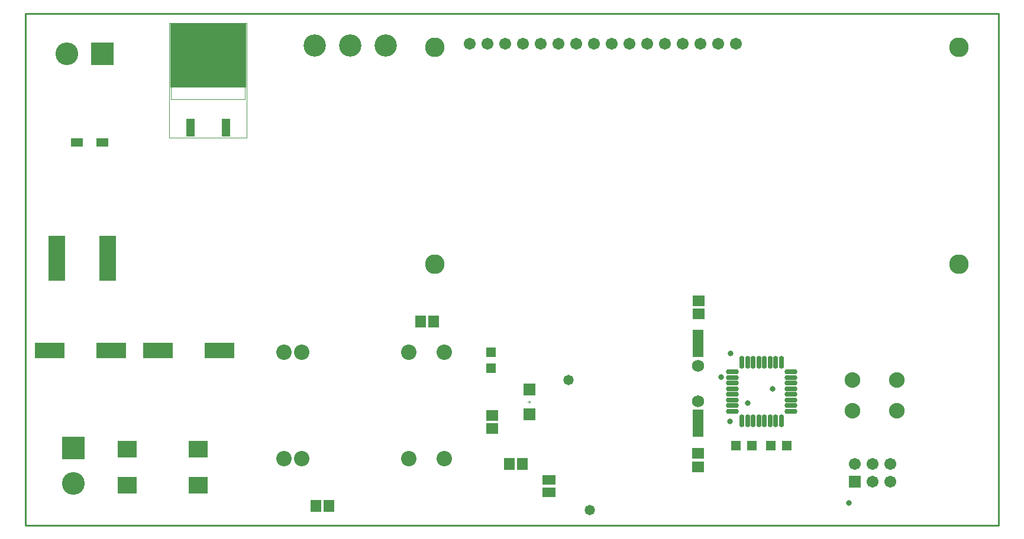
<source format=gts>
%FSTAX23Y23*%
%MOIN*%
%SFA1B1*%

%IPPOS*%
%ADD27C,0.003937*%
%ADD28C,0.010000*%
%ADD47R,0.092645X0.256031*%
%ADD48R,0.067055X0.067055*%
%ADD49R,0.078000X0.058000*%
%ADD50R,0.059181X0.067055*%
%ADD51R,0.169417X0.086740*%
%ADD52R,0.108000X0.098000*%
%ADD53R,0.058000X0.058000*%
%ADD54R,0.067055X0.059181*%
%ADD55R,0.049338X0.102488*%
%ADD56R,0.427290X0.358393*%
%ADD57R,0.058000X0.058000*%
%ADD58O,0.072960X0.029653*%
%ADD59O,0.029653X0.072960*%
%ADD60R,0.063000X0.158000*%
%ADD61R,0.067055X0.047370*%
%ADD62C,0.086740*%
%ADD63C,0.067055*%
%ADD64R,0.067055X0.067055*%
%ADD65C,0.068000*%
%ADD66C,0.088000*%
%ADD67C,0.126110*%
%ADD68R,0.128000X0.128000*%
%ADD69C,0.128000*%
%ADD70R,0.128000X0.128000*%
%ADD71C,0.110362*%
%ADD72C,0.033000*%
%ADD73C,0.058000*%
%LNdesafio_hardware_firmware_nathania-1*%
%LPD*%
G54D27*
X04342Y02806D02*
X04357D01*
X0435Y02798D02*
Y02813D01*
X02332Y04513D02*
X02747D01*
X02332Y04868D02*
X02747D01*
X02332Y04513D02*
Y04868D01*
X02747Y04513D02*
Y04868D01*
X02321Y04295D02*
X02758D01*
X02321Y04944D02*
X02758D01*
X02321Y04295D02*
Y04944D01*
X02758Y04295D02*
Y04944D01*
X0254Y046D02*
Y04639D01*
X0252Y0462D02*
X02559D01*
G54D28*
X0151Y04995D02*
X06995D01*
Y0211D02*
Y04995D01*
X0151Y0211D02*
X06995D01*
X0151D02*
Y04995D01*
G54D47*
X01686Y03615D03*
X01973D03*
G54D48*
X0435Y02875D03*
Y02737D03*
G54D49*
X0446Y02295D03*
Y02365D03*
G54D50*
X03222Y0222D03*
X03147D03*
X03812Y0326D03*
X03737D03*
X04312Y02455D03*
X04237D03*
G54D51*
X02603Y03095D03*
X02256D03*
X01646D03*
X01993D03*
G54D52*
X02085Y0254D03*
X02485D03*
X02085Y02335D03*
X02485D03*
G54D53*
X04135Y02995D03*
Y03085D03*
G54D54*
X0414Y0273D03*
Y02655D03*
X053Y0244D03*
Y02515D03*
X05305Y03377D03*
Y03302D03*
G54D55*
X0244Y04352D03*
X0264D03*
G54D56*
X0254Y04759D03*
G54D57*
X058Y0256D03*
X0571D03*
X05515D03*
X05605D03*
G54D58*
X05494Y02975D03*
Y02943D03*
Y02912D03*
Y0288D03*
Y02849D03*
Y02817D03*
Y02786D03*
Y02754D03*
X05825D03*
Y02786D03*
Y02817D03*
Y02849D03*
Y0288D03*
Y02912D03*
Y02943D03*
Y02975D03*
G54D59*
X05549Y02699D03*
X05581D03*
X05612D03*
X05644D03*
X05675D03*
X05707D03*
X05738D03*
X0577D03*
Y0303D03*
X05738D03*
X05707D03*
X05675D03*
X05644D03*
X05612D03*
X05581D03*
X05549D03*
G54D60*
X053Y03135D03*
Y02685D03*
G54D61*
X018Y0427D03*
X01945D03*
G54D62*
X02969Y02485D03*
X03069D03*
X0367D03*
X0387D03*
Y03085D03*
X0367D03*
X03069D03*
X02969D03*
G54D63*
X06385Y02455D03*
Y02355D03*
X06285Y02455D03*
Y02355D03*
X06185Y02455D03*
X04015Y04825D03*
X04115D03*
X04215D03*
X04315D03*
X04415D03*
X04515D03*
X04615D03*
X04715D03*
X04815D03*
X04915D03*
X05015D03*
X05115D03*
X05215D03*
X05315D03*
X05415D03*
X05515D03*
G54D64*
X06185Y02355D03*
G54D65*
X053Y0281D03*
Y0301D03*
G54D66*
X0642Y02755D03*
X0617D03*
X0642Y0293D03*
X0617D03*
G54D67*
X0334Y04815D03*
X0354D03*
X0314D03*
G54D68*
X01945Y0477D03*
G54D69*
X01745Y0477D03*
X0178Y02345D03*
G54D70*
X0178Y02545D03*
G54D71*
X03818Y04805D03*
Y03584D03*
X0677D03*
Y04805D03*
G54D72*
X0572Y0288D03*
X0615Y02235D03*
X05485Y0308D03*
X05581Y02798D03*
X0548Y02695D03*
X0543Y02945D03*
G54D73*
X0469Y02195D03*
X0457Y0293D03*
M02*
</source>
